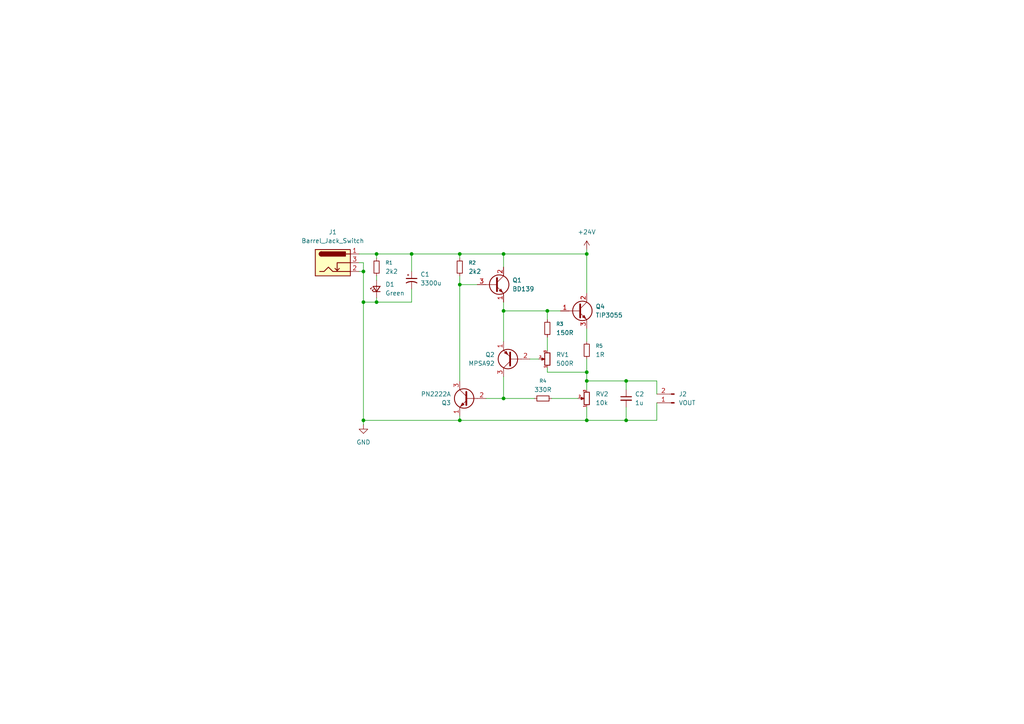
<source format=kicad_sch>
(kicad_sch (version 20250114) (generator "eeschema") (generator_version "9.0")
  (paper "A4")
  (lib_symbols
    (symbol "Connector:Barrel_Jack_Switch" (pin_names (hide yes))
      (property "Reference" "J" (at 0 5.334 0))
      (property "Value" "Barrel_Jack_Switch" (at 0 -5.08 0))
      (symbol "Barrel_Jack_Switch_0_1"
        (rectangle (start -5.08 3.81) (end 5.08 -3.81) (stroke (width 0.254)) (fill (type background)))
        (polyline (pts (xy -3.81 -2.54) (xy -2.54 -2.54) (xy -1.27 -1.27) (xy 0 -2.54) (xy 2.54 -2.54) (xy 5.08 -2.54)) (stroke (width 0.254)))
        (arc (start -3.302 1.905) (mid -3.9343 2.54) (end -3.302 3.175) (stroke (width 0.254)))
        (arc (start -3.302 1.905) (mid -3.9343 2.54) (end -3.302 3.175) (stroke (width 0.254)) (fill (type outline)))
        (polyline (pts (xy 1.27 -2.286) (xy 1.905 -1.651)) (stroke (width 0.254)))
        (rectangle (start 3.683 3.175) (end -3.302 1.905) (stroke (width 0.254)) (fill (type outline)))
        (polyline (pts (xy 5.08 2.54) (xy 3.81 2.54)) (stroke (width 0.254)))
        (polyline (pts (xy 5.08 0) (xy 1.27 0) (xy 1.27 -2.286) (xy 0.635 -1.651)) (stroke (width 0.254)))
      )
      (symbol "Barrel_Jack_Switch_1_1"
        (pin passive line (at 7.62 2.54 180) (length 2.54) (name "~") (number "1"))
        (pin passive line (at 7.62 0 180) (length 2.54) (name "~") (number "3"))
        (pin passive line (at 7.62 -2.54 180) (length 2.54) (name "~") (number "2"))
      )
    )
    (symbol "Connector:Conn_01x02_Pin" (pin_names (offset 1.016) (hide yes))
      (property "Reference" "J" (at 0 2.54 0))
      (property "Value" "Conn_01x02_Pin" (at 0 -5.08 0))
      (symbol "Conn_01x02_Pin_1_1"
        (rectangle (start 0.8636 0.127) (end 0 -0.127) (stroke (width 0.1524)) (fill (type outline)))
        (rectangle (start 0.8636 -2.413) (end 0 -2.667) (stroke (width 0.1524)) (fill (type outline)))
        (polyline (pts (xy 1.27 0) (xy 0.8636 0)) (stroke (width 0.1524)))
        (polyline (pts (xy 1.27 -2.54) (xy 0.8636 -2.54)) (stroke (width 0.1524)))
        (pin passive line (at 5.08 0 180) (length 3.81) (name "Pin_1") (number "1"))
        (pin passive line (at 5.08 -2.54 180) (length 3.81) (name "Pin_2") (number "2"))
      )
    )
    (symbol "Device:C_Polarized_Small_US" (pin_numbers (hide yes)) (pin_names (offset 0.254) (hide yes))
      (property "Reference" "C" (at 0.254 1.778 0))
      (property "Value" "C_Polarized_Small_US" (at 0.254 -2.032 0))
      (symbol "C_Polarized_Small_US_0_1"
        (polyline (pts (xy -1.524 0.508) (xy 1.524 0.508)) (stroke (width 0.3048)))
        (polyline (pts (xy -1.27 1.524) (xy -0.762 1.524)))
        (polyline (pts (xy -1.016 1.27) (xy -1.016 1.778)))
        (arc (start -1.524 -0.762) (mid 0 -0.3734) (end 1.524 -0.762) (stroke (width 0.3048)))
      )
      (symbol "C_Polarized_Small_US_1_1"
        (pin passive line (at 0 2.54 270) (length 2.032) (name "~") (number "1"))
        (pin passive line (at 0 -2.54 90) (length 2.032) (name "~") (number "2"))
      )
    )
    (symbol "Device:C_Small" (pin_numbers (hide yes)) (pin_names (offset 0.254) (hide yes))
      (property "Reference" "C" (at 0.254 1.778 0))
      (property "Value" "C_Small" (at 0.254 -2.032 0))
      (symbol "C_Small_0_1"
        (polyline (pts (xy -1.524 0.508) (xy 1.524 0.508)) (stroke (width 0.3048)))
        (polyline (pts (xy -1.524 -0.508) (xy 1.524 -0.508)) (stroke (width 0.3302)))
      )
      (symbol "C_Small_1_1"
        (pin passive line (at 0 2.54 270) (length 2.032) (name "~") (number "1"))
        (pin passive line (at 0 -2.54 90) (length 2.032) (name "~") (number "2"))
      )
    )
    (symbol "Device:LED_Small" (pin_numbers (hide yes)) (pin_names (offset 0.254) (hide yes))
      (property "Reference" "D" (at -1.27 3.175 0))
      (property "Value" "LED_Small" (at -4.445 -2.54 0))
      (symbol "LED_Small_0_1"
        (polyline (pts (xy -0.762 -1.016) (xy -0.762 1.016)) (stroke (width 0.254)))
        (polyline (pts (xy 0 0.762) (xy -0.508 1.27) (xy -0.254 1.27) (xy -0.508 1.27) (xy -0.508 1.016)))
        (polyline (pts (xy 0.508 1.27) (xy 0 1.778) (xy 0.254 1.778) (xy 0 1.778) (xy 0 1.524)))
        (polyline (pts (xy 0.762 -1.016) (xy -0.762 0) (xy 0.762 1.016) (xy 0.762 -1.016)) (stroke (width 0.254)))
        (polyline (pts (xy 1.016 0) (xy -0.762 0)))
      )
      (symbol "LED_Small_1_1"
        (pin passive line (at -2.54 0 0) (length 1.778) (name "K") (number "1"))
        (pin passive line (at 2.54 0 180) (length 1.778) (name "A") (number "2"))
      )
    )
    (symbol "Device:R_Potentiometer_Small" (pin_names (offset 1.016) (hide yes))
      (property "Reference" "RV" (at -4.445 0 90))
      (property "Value" "R_Potentiometer_Small" (at -2.54 0 90))
      (symbol "R_Potentiometer_Small_0_1"
        (rectangle (start 0.762 1.8034) (end -0.762 -1.8034) (stroke (width 0.254)))
        (polyline (pts (xy 0.889 0) (xy 0.635 0) (xy 1.651 0.381) (xy 1.651 -0.381) (xy 0.635 0) (xy 0.889 0)) (fill (type outline)))
      )
      (symbol "R_Potentiometer_Small_1_1"
        (pin passive line (at 0 2.54 270) (length 0.635) (name "1") (number "1"))
        (pin passive line (at 0 -2.54 90) (length 0.635) (name "3") (number "3"))
        (pin passive line (at 2.54 0 180) (length 0.9906) (name "2") (number "2"))
      )
    )
    (symbol "Device:R_Small" (pin_numbers (hide yes)) (pin_names (offset 0.254) (hide yes))
      (property "Reference" "R" (at 0 0 90))
      (property "Value" "R_Small" (at 1.778 0 90))
      (symbol "R_Small_0_1"
        (rectangle (start -0.762 1.778) (end 0.762 -1.778) (stroke (width 0.2032)))
      )
      (symbol "R_Small_1_1"
        (pin passive line (at 0 2.54 270) (length 0.762) (name "~") (number "1"))
        (pin passive line (at 0 -2.54 90) (length 0.762) (name "~") (number "2"))
      )
    )
    (symbol "Transistor_BJT:BD139" (pin_names (offset 0) (hide yes))
      (property "Reference" "Q" (at 5.08 1.905 0))
      (property "Value" "BD139" (at 5.08 0 0))
      (symbol "BD139_0_1"
        (polyline (pts (xy -2.54 0) (xy 0.635 0)))
        (polyline (pts (xy 0.635 1.905) (xy 0.635 -1.905)) (stroke (width 0.508)))
        (circle (center 1.27 0) (radius 2.8194) (stroke (width 0.254)))
      )
      (symbol "BD139_1_1"
        (polyline (pts (xy 0.635 0.635) (xy 2.54 2.54)))
        (polyline (pts (xy 0.635 -0.635) (xy 2.54 -2.54)))
        (polyline (pts (xy 1.27 -1.778) (xy 1.778 -1.27) (xy 2.286 -2.286) (xy 1.27 -1.778)) (fill (type outline)))
        (pin input line (at -5.08 0 0) (length 2.54) (name "B") (number "3"))
        (pin passive line (at 2.54 5.08 270) (length 2.54) (name "C") (number "2"))
        (pin passive line (at 2.54 -5.08 90) (length 2.54) (name "E") (number "1"))
      )
    )
    (symbol "Transistor_BJT:MPSA92" (pin_names (offset 0) (hide yes))
      (property "Reference" "Q" (at 5.08 1.905 0))
      (property "Value" "MPSA92" (at 5.08 0 0))
      (symbol "MPSA92_0_1"
        (polyline (pts (xy -2.54 0) (xy 0.635 0)))
        (polyline (pts (xy 0.635 1.905) (xy 0.635 -1.905)) (stroke (width 0.508)))
        (polyline (pts (xy 0.635 0.635) (xy 2.54 2.54)))
        (polyline (pts (xy 0.635 -0.635) (xy 2.54 -2.54)))
        (circle (center 1.27 0) (radius 2.8194) (stroke (width 0.254)))
        (polyline (pts (xy 2.286 -1.778) (xy 1.778 -2.286) (xy 1.27 -1.27) (xy 2.286 -1.778)) (fill (type outline)))
      )
      (symbol "MPSA92_1_1"
        (pin input line (at -5.08 0 0) (length 2.54) (name "B") (number "2"))
        (pin passive line (at 2.54 5.08 270) (length 2.54) (name "C") (number "3"))
        (pin passive line (at 2.54 -5.08 90) (length 2.54) (name "E") (number "1"))
      )
    )
    (symbol "Transistor_BJT:PN2222A" (pin_names (offset 0) (hide yes))
      (property "Reference" "Q" (at 5.08 1.905 0))
      (property "Value" "PN2222A" (at 5.08 0 0))
      (symbol "PN2222A_0_1"
        (polyline (pts (xy -2.54 0) (xy 0.635 0)))
        (polyline (pts (xy 0.635 1.905) (xy 0.635 -1.905)) (stroke (width 0.508)))
        (circle (center 1.27 0) (radius 2.8194) (stroke (width 0.254)))
      )
      (symbol "PN2222A_1_1"
        (polyline (pts (xy 0.635 0.635) (xy 2.54 2.54)))
        (polyline (pts (xy 0.635 -0.635) (xy 2.54 -2.54)))
        (polyline (pts (xy 1.27 -1.778) (xy 1.778 -1.27) (xy 2.286 -2.286) (xy 1.27 -1.778)) (fill (type outline)))
        (pin input line (at -5.08 0 0) (length 2.54) (name "B") (number "2"))
        (pin passive line (at 2.54 5.08 270) (length 2.54) (name "C") (number "3"))
        (pin passive line (at 2.54 -5.08 90) (length 2.54) (name "E") (number "1"))
      )
    )
    (symbol "Transistor_BJT:TIP3055" (pin_names (offset 0) (hide yes))
      (property "Reference" "Q" (at 5.08 1.905 0))
      (property "Value" "TIP3055" (at 5.08 0 0))
      (symbol "TIP3055_0_1"
        (polyline (pts (xy -2.54 0) (xy 0.635 0)))
        (polyline (pts (xy 0.635 1.905) (xy 0.635 -1.905)) (stroke (width 0.508)))
        (circle (center 1.27 0) (radius 2.8194) (stroke (width 0.254)))
      )
      (symbol "TIP3055_1_1"
        (polyline (pts (xy 0.635 0.635) (xy 2.54 2.54)))
        (polyline (pts (xy 0.635 -0.635) (xy 2.54 -2.54)))
        (polyline (pts (xy 1.27 -1.778) (xy 1.778 -1.27) (xy 2.286 -2.286) (xy 1.27 -1.778)) (fill (type outline)))
        (pin input line (at -5.08 0 0) (length 2.54) (name "B") (number "1"))
        (pin passive line (at 2.54 5.08 270) (length 2.54) (name "C") (number "2"))
        (pin passive line (at 2.54 -5.08 90) (length 2.54) (name "E") (number "3"))
      )
    )
    (symbol "power:+24V" (power) (pin_numbers (hide yes)) (pin_names (offset 0) (hide yes))
      (property "Value" "+24V" (at 0 3.556 0))
      (symbol "+24V_0_1"
        (polyline (pts (xy -0.762 1.27) (xy 0 2.54)))
        (polyline (pts (xy 0 2.54) (xy 0.762 1.27)))
        (polyline (pts (xy 0 0) (xy 0 2.54)))
      )
      (symbol "+24V_1_1"
        (pin power_in line (at 0 0 90) (length 0) (name "~") (number "1"))
      )
    )
    (symbol "power:GND" (power) (pin_numbers (hide yes)) (pin_names (offset 0) (hide yes))
      (property "Value" "GND" (at 0 -3.81 0))
      (symbol "GND_0_1"
        (polyline (pts (xy 0 0) (xy 0 -1.27) (xy 1.27 -1.27) (xy 0 -2.54) (xy -1.27 -1.27) (xy 0 -1.27)))
      )
      (symbol "GND_1_1"
        (pin power_in line (at 0 0 270) (length 0) (name "~") (number "1"))
      )
    )
  )
  (junction (at 170.18 73.66))
  (junction (at 146.05 90.17))
  (junction (at 105.41 121.92))
  (junction (at 105.41 87.63))
  (junction (at 119.38 73.66))
  (junction (at 146.05 115.57))
  (junction (at 146.05 73.66))
  (junction (at 170.18 107.95))
  (junction (at 109.22 87.63))
  (junction (at 170.18 121.92))
  (junction (at 181.61 110.49))
  (junction (at 181.61 121.92))
  (junction (at 170.18 110.49))
  (junction (at 133.35 121.92))
  (junction (at 133.35 82.55))
  (junction (at 105.41 78.74))
  (junction (at 133.35 73.66))
  (junction (at 109.22 73.66))
  (junction (at 158.75 90.17))
  (wire (pts (xy 109.22 80.01) (xy 109.22 81.28)))
  (wire (pts (xy 105.41 121.92) (xy 133.35 121.92)))
  (wire (pts (xy 158.75 97.79) (xy 158.75 101.6)))
  (wire (pts (xy 105.41 121.92) (xy 105.41 123.19)))
  (wire (pts (xy 105.41 87.63) (xy 109.22 87.63)))
  (wire (pts (xy 170.18 110.49) (xy 170.18 113.03)))
  (wire (pts (xy 158.75 90.17) (xy 162.56 90.17)))
  (wire (pts (xy 138.43 82.55) (xy 133.35 82.55)))
  (wire (pts (xy 133.35 121.92) (xy 170.18 121.92)))
  (wire (pts (xy 133.35 120.65) (xy 133.35 121.92)))
  (wire (pts (xy 181.61 110.49) (xy 190.5 110.49)))
  (wire (pts (xy 170.18 95.25) (xy 170.18 99.06)))
  (wire (pts (xy 146.05 90.17) (xy 146.05 99.06)))
  (wire (pts (xy 160.02 115.57) (xy 167.64 115.57)))
  (wire (pts (xy 190.5 114.3) (xy 190.5 110.49)))
  (wire (pts (xy 109.22 86.36) (xy 109.22 87.63)))
  (wire (pts (xy 153.67 104.14) (xy 156.21 104.14)))
  (wire (pts (xy 105.41 76.2) (xy 105.41 78.74)))
  (wire (pts (xy 158.75 107.95) (xy 170.18 107.95)))
  (wire (pts (xy 109.22 73.66) (xy 109.22 74.93)))
  (wire (pts (xy 119.38 73.66) (xy 133.35 73.66)))
  (wire (pts (xy 170.18 104.14) (xy 170.18 107.95)))
  (wire (pts (xy 140.97 115.57) (xy 146.05 115.57)))
  (wire (pts (xy 146.05 109.22) (xy 146.05 115.57)))
  (wire (pts (xy 109.22 73.66) (xy 119.38 73.66)))
  (wire (pts (xy 158.75 106.68) (xy 158.75 107.95)))
  (wire (pts (xy 181.61 118.11) (xy 181.61 121.92)))
  (wire (pts (xy 146.05 73.66) (xy 146.05 77.47)))
  (wire (pts (xy 158.75 90.17) (xy 158.75 92.71)))
  (wire (pts (xy 109.22 87.63) (xy 119.38 87.63)))
  (wire (pts (xy 133.35 73.66) (xy 133.35 74.93)))
  (wire (pts (xy 146.05 90.17) (xy 158.75 90.17)))
  (wire (pts (xy 181.61 121.92) (xy 190.5 121.92)))
  (wire (pts (xy 119.38 73.66) (xy 119.38 78.74)))
  (wire (pts (xy 181.61 113.03) (xy 181.61 110.49)))
  (wire (pts (xy 104.14 76.2) (xy 105.41 76.2)))
  (wire (pts (xy 104.14 73.66) (xy 109.22 73.66)))
  (wire (pts (xy 119.38 83.82) (xy 119.38 87.63)))
  (wire (pts (xy 170.18 72.39) (xy 170.18 73.66)))
  (wire (pts (xy 105.41 78.74) (xy 105.41 87.63)))
  (wire (pts (xy 190.5 116.84) (xy 190.5 121.92)))
  (wire (pts (xy 104.14 78.74) (xy 105.41 78.74)))
  (wire (pts (xy 105.41 87.63) (xy 105.41 121.92)))
  (wire (pts (xy 133.35 82.55) (xy 133.35 80.01)))
  (wire (pts (xy 133.35 82.55) (xy 133.35 110.49)))
  (wire (pts (xy 170.18 118.11) (xy 170.18 121.92)))
  (wire (pts (xy 170.18 121.92) (xy 181.61 121.92)))
  (wire (pts (xy 146.05 87.63) (xy 146.05 90.17)))
  (wire (pts (xy 170.18 73.66) (xy 170.18 85.09)))
  (wire (pts (xy 181.61 110.49) (xy 170.18 110.49)))
  (wire (pts (xy 146.05 115.57) (xy 154.94 115.57)))
  (wire (pts (xy 133.35 73.66) (xy 146.05 73.66)))
  (wire (pts (xy 146.05 73.66) (xy 170.18 73.66)))
  (wire (pts (xy 170.18 107.95) (xy 170.18 110.49)))
  (symbol (lib_id "Connector:Barrel_Jack_Switch") (at 96.52 76.2 0) (unit 1)
    (property "Reference" "J1" (at 96.52 67.31 0))
    (property "Value" "Barrel_Jack_Switch" (at 96.52 69.85 0))
    (property "Footprint" "Connector_BarrelJack:BarrelJack_Kycon_KLDX-0202-xC_Horizontal" (effects (hide yes)))
    (property "Description" "DC Barrel Jack with an internal switch" (effects (hide yes)))
  )
  (symbol (lib_id "Device:LED_Small") (at 109.22 83.82 90) (unit 1)
    (property "Reference" "D1" (at 111.76 82.4864 90) (effects (justify right)))
    (property "Value" "Green" (at 111.76 85.0264 90) (effects (justify right)))
    (property "Footprint" "LED_THT:LED_D5.0mm" (effects (hide yes)))
    (property "Description" "Light emitting diode, small symbol" (effects (hide yes)))
    (property "Sim.Pin" "1=K 2=A" (effects (hide yes)))
  )
  (symbol (lib_id "Device:R_Small") (at 133.35 77.47 0) (unit 1)
    (property "Reference" "R2" (at 135.89 76.1999 0) (effects (font (size 1.016 1.016)) (justify left)))
    (property "Value" "2k2" (at 135.89 78.7399 0) (effects (justify left)))
    (property "Footprint" "Resistor_THT:R_Axial_DIN0309_L9.0mm_D3.2mm_P15.24mm_Horizontal" (effects (hide yes)))
    (property "Description" "Resistor, small symbol" (effects (hide yes)))
  )
  (symbol (lib_id "power:+24V") (at 170.18 72.39 0) (unit 1)
    (property "Reference" "#PWR02" (effects (hide yes)))
    (property "Value" "+24V" (at 170.18 67.31 0))
    (property "Description" "Power symbol creates a global label with name \"+24V\"" (effects (hide yes)))
  )
  (symbol (lib_id "power:GND") (at 105.41 123.19 0) (unit 1)
    (property "Reference" "#PWR03" (effects (hide yes)))
    (property "Value" "GND" (at 105.41 128.27 0))
    (property "Description" "Power symbol creates a global label with name \"GND\" , ground" (effects (hide yes)))
  )
  (symbol (lib_id "Transistor_BJT:BD139") (at 143.51 82.55 0) (unit 1)
    (property "Reference" "Q1" (at 148.59 81.2799 0) (effects (justify left)))
    (property "Value" "BD139" (at 148.59 83.8199 0) (effects (justify left)))
    (property "Footprint" "Package_TO_SOT_THT:TO-126-3_Vertical" (effects (hide yes)))
    (property "Datasheet" "http://www.st.com/internet/com/TECHNICAL_RESOURCES/TECHNICAL_LITERATURE/DATASHEET/CD00001225.pdf" (effects (hide yes)))
    (property "Description" "1.5A Ic, 80V Vce, Low Voltage Transistor, TO-126" (effects (hide yes)))
  )
  (symbol (lib_id "Device:R_Small") (at 170.18 101.6 0) (unit 1)
    (property "Reference" "R5" (at 172.72 100.3299 0) (effects (font (size 1.016 1.016)) (justify left)))
    (property "Value" "1R" (at 172.72 102.8699 0) (effects (justify left)))
    (property "Footprint" "Resistor_THT:R_Axial_Power_L20.0mm_W6.4mm_P25.40mm" (effects (hide yes)))
    (property "Description" "Resistor, small symbol" (effects (hide yes)))
  )
  (symbol (lib_id "Device:C_Polarized_Small_US") (at 119.38 81.28 0) (unit 1)
    (property "Reference" "C1" (at 121.92 79.5781 0) (effects (justify left)))
    (property "Value" "3300u" (at 121.92 82.1181 0) (effects (justify left)))
    (property "Footprint" "Capacitor_THT:CP_Radial_D16.0mm_P7.50mm" (effects (hide yes)))
    (property "Description" "Polarized capacitor, small US symbol" (effects (hide yes)))
  )
  (symbol (lib_id "Connector:Conn_01x02_Pin") (at 195.58 116.84 180) (unit 1)
    (property "Reference" "J2" (at 196.85 114.2999 0) (effects (justify right)))
    (property "Value" "VOUT" (at 196.85 116.8399 0) (effects (justify right)))
    (property "Footprint" "TerminalBlock:TerminalBlock_MaiXu_MX126-5.0-02P_1x02_P5.00mm" (effects (hide yes)))
    (property "Description" "Generic connector, single row, 01x02, script generated" (effects (hide yes)))
  )
  (symbol (lib_id "Transistor_BJT:MPSA92") (at 148.59 104.14 180) (unit 1)
    (property "Reference" "Q2" (at 143.51 102.8699 0) (effects (justify left)))
    (property "Value" "MPSA92" (at 143.51 105.4099 0) (effects (justify left)))
    (property "Footprint" "Package_TO_SOT_THT:TO-92_Inline" (effects (hide yes)))
    (property "Datasheet" "http://www.onsemi.com/pub_link/Collateral/MPSA92-D.PDF" (effects (hide yes)))
    (property "Description" "0.5A Ic, 300V Vce, PNP High Voltage Transistor, TO-92" (effects (hide yes)))
  )
  (symbol (lib_id "Device:R_Potentiometer_Small") (at 170.18 115.57 180) (unit 1)
    (property "Reference" "RV2" (at 172.72 114.2999 0) (effects (justify right)))
    (property "Value" "10k" (at 172.72 116.8399 0) (effects (justify right)))
    (property "Footprint" "Potentiometer_THT:Potentiometer_Alps_RK09Y11_Single_Horizontal" (effects (hide yes)))
    (property "Description" "Potentiometer" (effects (hide yes)))
  )
  (symbol (lib_id "Device:R_Potentiometer_Small") (at 158.75 104.14 180) (unit 1)
    (property "Reference" "RV1" (at 161.29 102.8699 0) (effects (justify right)))
    (property "Value" "500R" (at 161.29 105.4099 0) (effects (justify right)))
    (property "Footprint" "Potentiometer_THT:Potentiometer_Alps_RK09Y11_Single_Horizontal" (effects (hide yes)))
    (property "Description" "Potentiometer" (effects (hide yes)))
  )
  (symbol (lib_id "Transistor_BJT:TIP3055") (at 167.64 90.17 0) (unit 1)
    (property "Reference" "Q4" (at 172.72 88.8999 0) (effects (justify left)))
    (property "Value" "TIP3055" (at 172.72 91.4399 0) (effects (justify left)))
    (property "Footprint" "Package_TO_SOT_THT:TO-218-3_Vertical" (effects (hide yes)))
    (property "Datasheet" "http://www.onsemi.com/pub_link/Collateral/TIP3055-D.PDF" (effects (hide yes)))
    (property "Description" "15A Ic, 60V Vce, Power NPN Transistor, TO-218" (effects (hide yes)))
  )
  (symbol (lib_id "Transistor_BJT:PN2222A") (at 135.89 115.57 0) (mirror y) (unit 1)
    (property "Reference" "Q3" (at 130.81 116.8401 0) (effects (justify left)))
    (property "Value" "PN2222A" (at 130.81 114.3001 0) (effects (justify left)))
    (property "Footprint" "Package_TO_SOT_THT:TO-92_Inline" (effects (hide yes)))
    (property "Datasheet" "https://www.onsemi.com/pub/Collateral/PN2222-D.PDF" (effects (hide yes)))
    (property "Description" "1A Ic, 40V Vce, NPN Transistor, General Purpose Transistor, TO-92" (effects (hide yes)))
  )
  (symbol (lib_id "Device:R_Small") (at 109.22 77.47 0) (unit 1)
    (property "Reference" "R1" (at 111.76 76.1999 0) (effects (font (size 1.016 1.016)) (justify left)))
    (property "Value" "2k2" (at 111.76 78.7399 0) (effects (justify left)))
    (property "Footprint" "Resistor_THT:R_Axial_DIN0309_L9.0mm_D3.2mm_P15.24mm_Horizontal" (effects (hide yes)))
    (property "Description" "Resistor, small symbol" (effects (hide yes)))
  )
  (symbol (lib_id "Device:R_Small") (at 158.75 95.25 0) (unit 1)
    (property "Reference" "R3" (at 161.29 93.9799 0) (effects (font (size 1.016 1.016)) (justify left)))
    (property "Value" "150R" (at 161.29 96.5199 0) (effects (justify left)))
    (property "Footprint" "Resistor_THT:R_Axial_DIN0207_L6.3mm_D2.5mm_P10.16mm_Horizontal" (effects (hide yes)))
    (property "Description" "Resistor, small symbol" (effects (hide yes)))
  )
  (symbol (lib_id "Device:C_Small") (at 181.61 115.57 0) (unit 1)
    (property "Reference" "C2" (at 184.15 114.3062 0) (effects (justify left)))
    (property "Value" "1u" (at 184.15 116.8462 0) (effects (justify left)))
    (property "Footprint" "Capacitor_THT:CP_Radial_D5.0mm_P2.00mm" (effects (hide yes)))
    (property "Description" "Unpolarized capacitor, small symbol" (effects (hide yes)))
  )
  (symbol (lib_id "Device:R_Small") (at 157.48 115.57 90) (unit 1)
    (property "Reference" "R4" (at 157.48 110.49 90) (effects (font (size 1.016 1.016))))
    (property "Value" "330R" (at 157.48 113.03 90))
    (property "Footprint" "Resistor_THT:R_Axial_DIN0207_L6.3mm_D2.5mm_P10.16mm_Horizontal" (effects (hide yes)))
    (property "Description" "Resistor, small symbol" (effects (hide yes)))
  )
)
</source>
